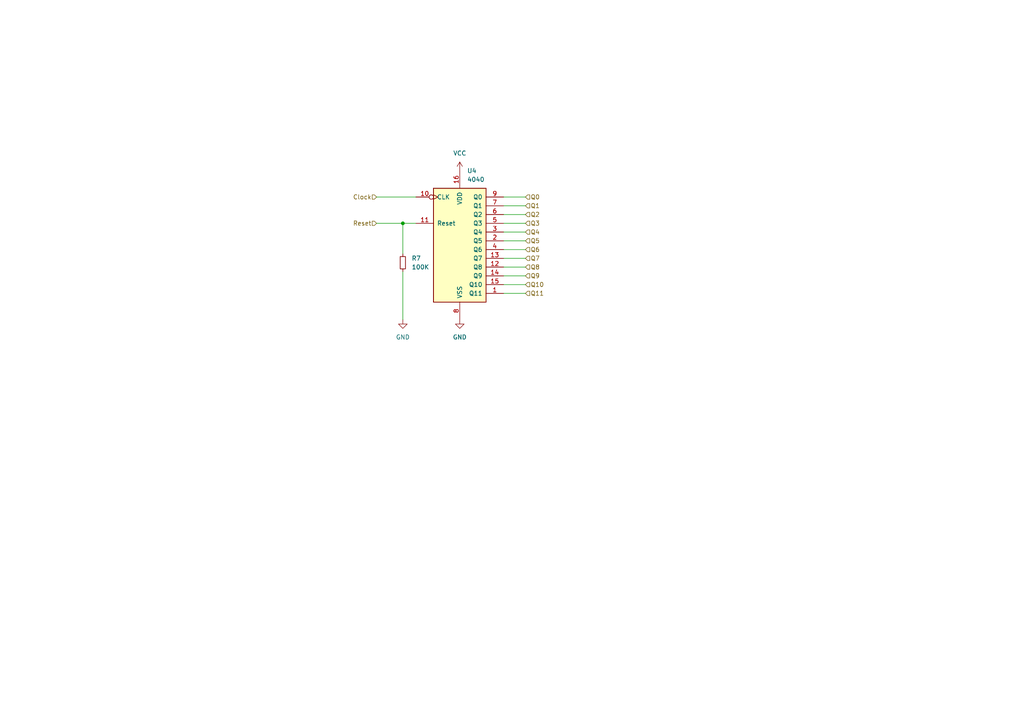
<source format=kicad_sch>
(kicad_sch (version 20250114) (generator "eeschema") (generator_version "9.0")
  (paper "A4")
  (lib_symbols
    (symbol "4xxx:4040" (pin_names (offset 1.016))
      (property "Reference" "U" (at -7.62 16.51 0))
      (property "Value" "4040" (at -7.62 -19.05 0))
      (symbol "4040_1_0"
        (pin input inverted_clock (at -12.7 12.7 0) (length 5.08) (name "CLK") (number "10"))
        (pin input line (at -12.7 5.08 0) (length 5.08) (name "Reset") (number "11"))
        (pin power_in line (at 0 20.32 270) (length 5.08) (name "VDD") (number "16"))
        (pin power_in line (at 0 -22.86 90) (length 5.08) (name "VSS") (number "8"))
        (pin output line (at 12.7 12.7 180) (length 5.08) (name "Q0") (number "9"))
        (pin output line (at 12.7 10.16 180) (length 5.08) (name "Q1") (number "7"))
        (pin output line (at 12.7 7.62 180) (length 5.08) (name "Q2") (number "6"))
        (pin output line (at 12.7 5.08 180) (length 5.08) (name "Q3") (number "5"))
        (pin output line (at 12.7 2.54 180) (length 5.08) (name "Q4") (number "3"))
        (pin output line (at 12.7 0 180) (length 5.08) (name "Q5") (number "2"))
        (pin output line (at 12.7 -2.54 180) (length 5.08) (name "Q6") (number "4"))
        (pin output line (at 12.7 -5.08 180) (length 5.08) (name "Q7") (number "13"))
        (pin output line (at 12.7 -7.62 180) (length 5.08) (name "Q8") (number "12"))
        (pin output line (at 12.7 -10.16 180) (length 5.08) (name "Q9") (number "14"))
        (pin output line (at 12.7 -12.7 180) (length 5.08) (name "Q10") (number "15"))
        (pin output line (at 12.7 -15.24 180) (length 5.08) (name "Q11") (number "1"))
      )
      (symbol "4040_1_1"
        (rectangle (start -7.62 15.24) (end 7.62 -17.78) (stroke (width 0.254)) (fill (type background)))
      )
    )
    (symbol "Device:R_Small" (pin_numbers (hide yes)) (pin_names (offset 0.254) (hide yes))
      (property "Reference" "R" (at 0 0 90))
      (property "Value" "R_Small" (at 1.778 0 90))
      (symbol "R_Small_0_1"
        (rectangle (start -0.762 1.778) (end 0.762 -1.778) (stroke (width 0.2032)))
      )
      (symbol "R_Small_1_1"
        (pin passive line (at 0 2.54 270) (length 0.762) (name "~") (number "1"))
        (pin passive line (at 0 -2.54 90) (length 0.762) (name "~") (number "2"))
      )
    )
    (symbol "power:GND" (power) (pin_numbers (hide yes)) (pin_names (offset 0) (hide yes))
      (property "Value" "GND" (at 0 -3.81 0))
      (symbol "GND_0_1"
        (polyline (pts (xy 0 0) (xy 0 -1.27) (xy 1.27 -1.27) (xy 0 -2.54) (xy -1.27 -1.27) (xy 0 -1.27)))
      )
      (symbol "GND_1_1"
        (pin power_in line (at 0 0 270) (length 0) (name "~") (number "1"))
      )
    )
    (symbol "power:VCC" (power) (pin_numbers (hide yes)) (pin_names (offset 0) (hide yes))
      (property "Value" "VCC" (at 0 3.556 0))
      (symbol "VCC_0_1"
        (polyline (pts (xy -0.762 1.27) (xy 0 2.54)))
        (polyline (pts (xy 0 2.54) (xy 0.762 1.27)))
        (polyline (pts (xy 0 0) (xy 0 2.54)))
      )
      (symbol "VCC_1_1"
        (pin power_in line (at 0 0 90) (length 0) (name "~") (number "1"))
      )
    )
  )
  (junction (at 116.84 64.77))
  (wire (pts (xy 146.05 85.09) (xy 152.4 85.09)))
  (wire (pts (xy 146.05 77.47) (xy 152.4 77.47)))
  (wire (pts (xy 146.05 67.31) (xy 152.4 67.31)))
  (wire (pts (xy 146.05 64.77) (xy 152.4 64.77)))
  (wire (pts (xy 109.22 57.15) (xy 120.65 57.15)))
  (wire (pts (xy 146.05 62.23) (xy 152.4 62.23)))
  (wire (pts (xy 146.05 72.39) (xy 152.4 72.39)))
  (wire (pts (xy 146.05 80.01) (xy 152.4 80.01)))
  (wire (pts (xy 146.05 57.15) (xy 152.4 57.15)))
  (wire (pts (xy 146.05 59.69) (xy 152.4 59.69)))
  (wire (pts (xy 109.22 64.77) (xy 116.84 64.77)))
  (wire (pts (xy 116.84 78.74) (xy 116.84 92.71)))
  (wire (pts (xy 116.84 64.77) (xy 116.84 73.66)))
  (wire (pts (xy 146.05 69.85) (xy 152.4 69.85)))
  (wire (pts (xy 146.05 74.93) (xy 152.4 74.93)))
  (wire (pts (xy 116.84 64.77) (xy 120.65 64.77)))
  (wire (pts (xy 146.05 82.55) (xy 152.4 82.55)))
  (hierarchical_label "Q5" (shape input) (at 152.4 69.85 0))
  (hierarchical_label "Q6" (shape input) (at 152.4 72.39 0))
  (hierarchical_label "Q11" (shape input) (at 152.4 85.09 0))
  (hierarchical_label "Q10" (shape input) (at 152.4 82.55 0))
  (hierarchical_label "Q9" (shape input) (at 152.4 80.01 0))
  (hierarchical_label "Q1" (shape input) (at 152.4 59.69 0))
  (hierarchical_label "Q2" (shape input) (at 152.4 62.23 0))
  (hierarchical_label "Reset" (shape input) (at 109.22 64.77 180))
  (hierarchical_label "Q7" (shape input) (at 152.4 74.93 0))
  (hierarchical_label "Clock" (shape input) (at 109.22 57.15 180))
  (hierarchical_label "Q3" (shape input) (at 152.4 64.77 0))
  (hierarchical_label "Q4" (shape input) (at 152.4 67.31 0))
  (hierarchical_label "Q8" (shape input) (at 152.4 77.47 0))
  (hierarchical_label "Q0" (shape input) (at 152.4 57.15 0))
  (symbol (lib_id "power:VCC") (at 133.35 49.53 0) (unit 1)
    (property "Reference" "#PWR017" (effects (hide yes)))
    (property "Value" "VCC" (at 133.35 44.45 0))
    (property "Description" "Power symbol creates a global label with name \"VCC\"" (effects (hide yes)))
  )
  (symbol (lib_id "power:GND") (at 116.84 92.71 0) (unit 1)
    (property "Reference" "#PWR019" (effects (hide yes)))
    (property "Value" "GND" (at 116.84 97.79 0))
    (property "Description" "Power symbol creates a global label with name \"GND\" , ground" (effects (hide yes)))
  )
  (symbol (lib_id "power:GND") (at 133.35 92.71 0) (unit 1)
    (property "Reference" "#PWR018" (effects (hide yes)))
    (property "Value" "GND" (at 133.35 97.79 0))
    (property "Description" "Power symbol creates a global label with name \"GND\" , ground" (effects (hide yes)))
  )
  (symbol (lib_id "4xxx:4040") (at 133.35 69.85 0) (unit 1)
    (property "Reference" "U4" (at 135.4933 49.53 0) (effects (justify left)))
    (property "Value" "4040" (at 135.4933 52.07 0) (effects (justify left)))
    (property "Footprint" "Package_DIP:DIP-16_W7.62mm" (effects (hide yes)))
    (property "Datasheet" "http://www.intersil.com/content/dam/Intersil/documents/cd40/cd4020bms-24bms-40bms.pdf" (effects (hide yes)))
    (property "Description" "Binary Counter 12 stages (Asynchronous)" (effects (hide yes)))
  )
  (symbol (lib_id "Device:R_Small") (at 116.84 76.2 0) (unit 1)
    (property "Reference" "R7" (at 119.38 74.9299 0) (effects (justify left)))
    (property "Value" "100K" (at 119.38 77.4699 0) (effects (justify left)))
    (property "Footprint" "Resistor_THT:R_Axial_DIN0207_L6.3mm_D2.5mm_P10.16mm_Horizontal" (effects (hide yes)))
    (property "Description" "Resistor, small symbol" (effects (hide yes)))
  )
)
</source>
